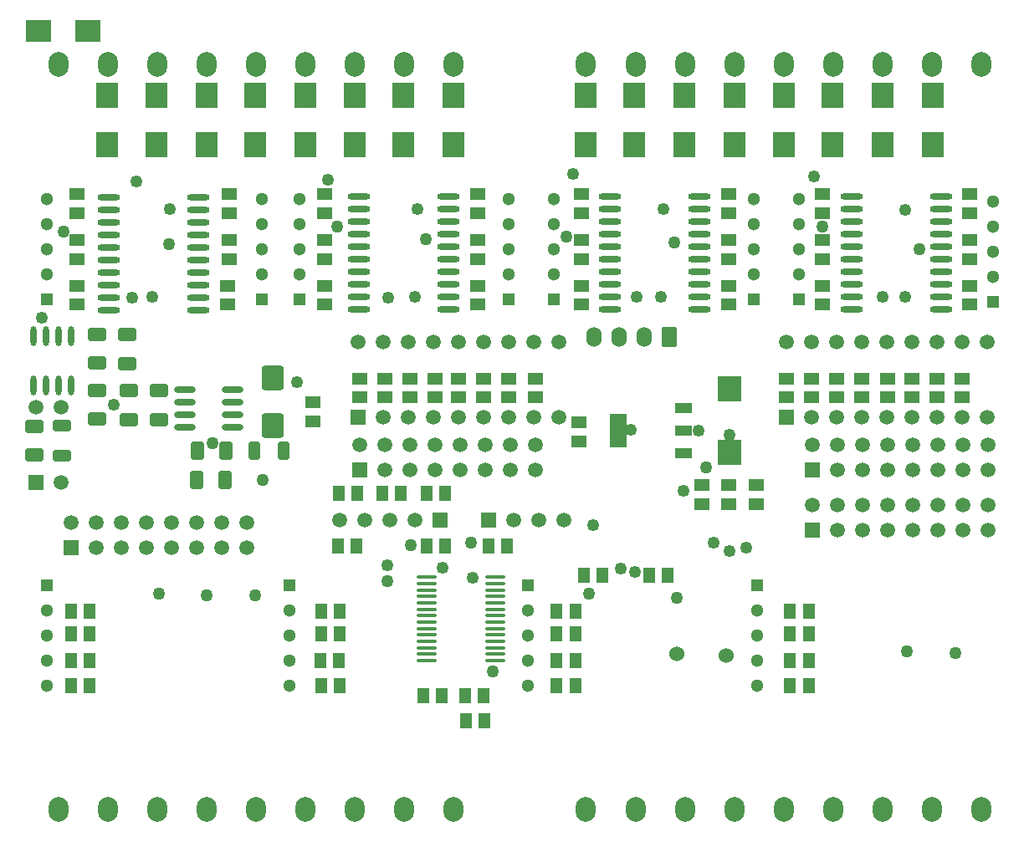
<source format=gbs>
G04 Layer_Color=16711935*
%FSLAX25Y25*%
%MOIN*%
G70*
G01*
G75*
G04:AMPARAMS|DCode=17|XSize=70.87mil|YSize=51.18mil|CornerRadius=6.4mil|HoleSize=0mil|Usage=FLASHONLY|Rotation=90.000|XOffset=0mil|YOffset=0mil|HoleType=Round|Shape=RoundedRectangle|*
%AMROUNDEDRECTD17*
21,1,0.07087,0.03839,0,0,90.0*
21,1,0.05807,0.05118,0,0,90.0*
1,1,0.01280,0.01919,0.02904*
1,1,0.01280,0.01919,-0.02904*
1,1,0.01280,-0.01919,-0.02904*
1,1,0.01280,-0.01919,0.02904*
%
%ADD17ROUNDEDRECTD17*%
%ADD25O,0.07874X0.09843*%
%ADD26C,0.06000*%
%ADD27R,0.05118X0.05118*%
%ADD28C,0.05118*%
%ADD29C,0.05906*%
%ADD30R,0.05906X0.05906*%
%ADD31R,0.05906X0.05906*%
%ADD32C,0.05906*%
%ADD33R,0.05906X0.05906*%
%ADD34O,0.06000X0.08000*%
G04:AMPARAMS|DCode=35|XSize=60mil|YSize=80mil|CornerRadius=7.5mil|HoleSize=0mil|Usage=FLASHONLY|Rotation=180.000|XOffset=0mil|YOffset=0mil|HoleType=Round|Shape=RoundedRectangle|*
%AMROUNDEDRECTD35*
21,1,0.06000,0.06500,0,0,180.0*
21,1,0.04500,0.08000,0,0,180.0*
1,1,0.01500,-0.02250,0.03250*
1,1,0.01500,0.02250,0.03250*
1,1,0.01500,0.02250,-0.03250*
1,1,0.01500,-0.02250,-0.03250*
%
%ADD35ROUNDEDRECTD35*%
%ADD36C,0.05000*%
%ADD37C,0.04921*%
%ADD38R,0.05906X0.05118*%
%ADD39R,0.09449X0.10236*%
%ADD40R,0.06890X0.04331*%
%ADD41R,0.06890X0.04331*%
%ADD42R,0.06890X0.13780*%
%ADD43R,0.05118X0.05906*%
%ADD44R,0.10236X0.08661*%
%ADD45R,0.08661X0.10236*%
%ADD46O,0.09055X0.02362*%
%ADD47O,0.02362X0.07874*%
G04:AMPARAMS|DCode=48|XSize=70.87mil|YSize=51.18mil|CornerRadius=6.4mil|HoleSize=0mil|Usage=FLASHONLY|Rotation=0.000|XOffset=0mil|YOffset=0mil|HoleType=Round|Shape=RoundedRectangle|*
%AMROUNDEDRECTD48*
21,1,0.07087,0.03839,0,0,0.0*
21,1,0.05807,0.05118,0,0,0.0*
1,1,0.01280,0.02904,-0.01919*
1,1,0.01280,-0.02904,-0.01919*
1,1,0.01280,-0.02904,0.01919*
1,1,0.01280,0.02904,0.01919*
%
%ADD48ROUNDEDRECTD48*%
%ADD49O,0.08268X0.01378*%
G04:AMPARAMS|DCode=50|XSize=98.43mil|YSize=86.61mil|CornerRadius=10.83mil|HoleSize=0mil|Usage=FLASHONLY|Rotation=90.000|XOffset=0mil|YOffset=0mil|HoleType=Round|Shape=RoundedRectangle|*
%AMROUNDEDRECTD50*
21,1,0.09843,0.06496,0,0,90.0*
21,1,0.07677,0.08661,0,0,90.0*
1,1,0.02165,0.03248,0.03839*
1,1,0.02165,0.03248,-0.03839*
1,1,0.02165,-0.03248,-0.03839*
1,1,0.02165,-0.03248,0.03839*
%
%ADD50ROUNDEDRECTD50*%
%ADD51O,0.08661X0.02362*%
G04:AMPARAMS|DCode=52|XSize=70.87mil|YSize=45.28mil|CornerRadius=5.66mil|HoleSize=0mil|Usage=FLASHONLY|Rotation=0.000|XOffset=0mil|YOffset=0mil|HoleType=Round|Shape=RoundedRectangle|*
%AMROUNDEDRECTD52*
21,1,0.07087,0.03396,0,0,0.0*
21,1,0.05955,0.04528,0,0,0.0*
1,1,0.01132,0.02977,-0.01698*
1,1,0.01132,-0.02977,-0.01698*
1,1,0.01132,-0.02977,0.01698*
1,1,0.01132,0.02977,0.01698*
%
%ADD52ROUNDEDRECTD52*%
G04:AMPARAMS|DCode=53|XSize=70.87mil|YSize=45.28mil|CornerRadius=5.66mil|HoleSize=0mil|Usage=FLASHONLY|Rotation=90.000|XOffset=0mil|YOffset=0mil|HoleType=Round|Shape=RoundedRectangle|*
%AMROUNDEDRECTD53*
21,1,0.07087,0.03396,0,0,90.0*
21,1,0.05955,0.04528,0,0,90.0*
1,1,0.01132,0.01698,0.02977*
1,1,0.01132,0.01698,-0.02977*
1,1,0.01132,-0.01698,-0.02977*
1,1,0.01132,-0.01698,0.02977*
%
%ADD53ROUNDEDRECTD53*%
D17*
X85000Y154000D02*
D03*
X73583D02*
D03*
X85209Y165500D02*
D03*
X73791D02*
D03*
D25*
X228740Y22441D02*
D03*
X248425D02*
D03*
X268110D02*
D03*
X287795D02*
D03*
X307480D02*
D03*
X327165D02*
D03*
X346850D02*
D03*
X366535D02*
D03*
X386221D02*
D03*
X18504D02*
D03*
X38189D02*
D03*
X57874D02*
D03*
X77559D02*
D03*
X97244D02*
D03*
X116929D02*
D03*
X136614D02*
D03*
X156299D02*
D03*
X175984D02*
D03*
X18504Y319685D02*
D03*
X38189D02*
D03*
X57874D02*
D03*
X77559D02*
D03*
X97244D02*
D03*
X116929D02*
D03*
X136614D02*
D03*
X156299D02*
D03*
X175984D02*
D03*
X228740D02*
D03*
X248425D02*
D03*
X268110D02*
D03*
X287795D02*
D03*
X307480D02*
D03*
X327165D02*
D03*
X346850D02*
D03*
X366535D02*
D03*
X386221D02*
D03*
D26*
X265000Y84500D02*
D03*
X284500Y84000D02*
D03*
D27*
X110500Y112000D02*
D03*
X205500D02*
D03*
X297000D02*
D03*
X14000Y226000D02*
D03*
X99500D02*
D03*
X114500D02*
D03*
X198000D02*
D03*
X391000Y225000D02*
D03*
X295500Y226000D02*
D03*
X216000D02*
D03*
X313500D02*
D03*
X14000Y112000D02*
D03*
D28*
X110500Y102000D02*
D03*
Y92000D02*
D03*
Y82000D02*
D03*
Y72000D02*
D03*
X205500Y102000D02*
D03*
Y92000D02*
D03*
Y82000D02*
D03*
Y72000D02*
D03*
X297000Y102000D02*
D03*
Y92000D02*
D03*
Y82000D02*
D03*
Y72000D02*
D03*
X14000Y236000D02*
D03*
Y246000D02*
D03*
Y256000D02*
D03*
Y266000D02*
D03*
X99500Y236000D02*
D03*
Y246000D02*
D03*
Y256000D02*
D03*
Y266000D02*
D03*
X114500Y236000D02*
D03*
Y246000D02*
D03*
Y256000D02*
D03*
Y266000D02*
D03*
X198000Y236000D02*
D03*
Y246000D02*
D03*
Y256000D02*
D03*
Y266000D02*
D03*
X391000Y235000D02*
D03*
Y245000D02*
D03*
Y255000D02*
D03*
Y265000D02*
D03*
X295500Y236000D02*
D03*
Y246000D02*
D03*
Y256000D02*
D03*
Y266000D02*
D03*
X216000Y236000D02*
D03*
Y246000D02*
D03*
Y256000D02*
D03*
Y266000D02*
D03*
X313500Y236000D02*
D03*
Y246000D02*
D03*
Y256000D02*
D03*
Y266000D02*
D03*
X14000Y102000D02*
D03*
Y92000D02*
D03*
Y82000D02*
D03*
Y72000D02*
D03*
D29*
X130500Y138000D02*
D03*
X140500D02*
D03*
X150500D02*
D03*
X160500D02*
D03*
X220000D02*
D03*
X210000D02*
D03*
X200000D02*
D03*
X388898Y144000D02*
D03*
Y134000D02*
D03*
X378898Y144000D02*
D03*
Y134000D02*
D03*
X368898Y144000D02*
D03*
Y134000D02*
D03*
X358898Y144000D02*
D03*
Y134000D02*
D03*
X348898Y144000D02*
D03*
Y134000D02*
D03*
X338898Y144000D02*
D03*
Y134000D02*
D03*
X328898Y144000D02*
D03*
Y134000D02*
D03*
X318898Y144000D02*
D03*
X388898Y168000D02*
D03*
Y158000D02*
D03*
X378898Y168000D02*
D03*
Y158000D02*
D03*
X368898Y168000D02*
D03*
Y158000D02*
D03*
X358898Y168000D02*
D03*
Y158000D02*
D03*
X348898Y168000D02*
D03*
Y158000D02*
D03*
X338898Y168000D02*
D03*
Y158000D02*
D03*
X328898Y168000D02*
D03*
Y158000D02*
D03*
X318898Y168000D02*
D03*
X19500Y183000D02*
D03*
X9500D02*
D03*
X19500Y153000D02*
D03*
X93500Y137000D02*
D03*
Y127000D02*
D03*
X83500Y137000D02*
D03*
Y127000D02*
D03*
X73500Y137000D02*
D03*
Y127000D02*
D03*
X63500Y137000D02*
D03*
Y127000D02*
D03*
X53500Y137000D02*
D03*
Y127000D02*
D03*
X43500Y137000D02*
D03*
Y127000D02*
D03*
X33500Y137000D02*
D03*
Y127000D02*
D03*
X23500Y137000D02*
D03*
X208500Y168000D02*
D03*
Y158000D02*
D03*
X198500Y168000D02*
D03*
Y158000D02*
D03*
X188500Y168000D02*
D03*
Y158000D02*
D03*
X178500Y168000D02*
D03*
Y158000D02*
D03*
X168500Y168000D02*
D03*
Y158000D02*
D03*
X158500Y168000D02*
D03*
Y158000D02*
D03*
X148500Y168000D02*
D03*
Y158000D02*
D03*
X138500Y168000D02*
D03*
D30*
X170500Y138000D02*
D03*
X190000D02*
D03*
X318898Y134000D02*
D03*
Y158000D02*
D03*
X23500Y127000D02*
D03*
X138500Y158000D02*
D03*
D31*
X138000Y179000D02*
D03*
X308500D02*
D03*
D32*
X148000D02*
D03*
X158000D02*
D03*
X168000D02*
D03*
X178000D02*
D03*
X188000D02*
D03*
X198000D02*
D03*
X208000D02*
D03*
X218000D02*
D03*
X138000Y209000D02*
D03*
X148000D02*
D03*
X158000D02*
D03*
X168000D02*
D03*
X178000D02*
D03*
X188000D02*
D03*
X198000D02*
D03*
X208000D02*
D03*
X218000D02*
D03*
X318500Y179000D02*
D03*
X328500D02*
D03*
X338500D02*
D03*
X348500D02*
D03*
X358500D02*
D03*
X368500D02*
D03*
X378500D02*
D03*
X388500D02*
D03*
X308500Y209000D02*
D03*
X318500D02*
D03*
X328500D02*
D03*
X338500D02*
D03*
X348500D02*
D03*
X358500D02*
D03*
X368500D02*
D03*
X378500D02*
D03*
X388500D02*
D03*
D33*
X9500Y153000D02*
D03*
D34*
X232000Y211000D02*
D03*
X252000D02*
D03*
X242000D02*
D03*
D35*
X262000D02*
D03*
D36*
X20500Y253000D02*
D03*
X62500Y248000D02*
D03*
X129500Y255000D02*
D03*
X165000Y250000D02*
D03*
X221000Y251000D02*
D03*
X264000Y248500D02*
D03*
X323000Y255000D02*
D03*
X361500Y246000D02*
D03*
X80000Y168500D02*
D03*
X100000Y154000D02*
D03*
X159000Y128000D02*
D03*
X183000Y129000D02*
D03*
X77500Y108000D02*
D03*
X97000D02*
D03*
X58500Y108500D02*
D03*
X149500Y113500D02*
D03*
X191500Y77500D02*
D03*
X230000Y108500D02*
D03*
X265000Y107000D02*
D03*
X376000Y85000D02*
D03*
X356500Y85500D02*
D03*
X276500Y159000D02*
D03*
D37*
X319500Y275000D02*
D03*
X223500Y276000D02*
D03*
X161500Y262000D02*
D03*
X150000Y226500D02*
D03*
X126000Y273500D02*
D03*
X48000Y226500D02*
D03*
X40500Y184000D02*
D03*
X113500Y193000D02*
D03*
X56000Y227000D02*
D03*
X11763Y218500D02*
D03*
X286000Y125500D02*
D03*
X292500Y127000D02*
D03*
X49500Y273000D02*
D03*
X63000Y262000D02*
D03*
X160500Y227000D02*
D03*
X258500D02*
D03*
X249000D02*
D03*
X259500Y262000D02*
D03*
X356000Y261500D02*
D03*
X347000Y227000D02*
D03*
X356000D02*
D03*
X267500Y149500D02*
D03*
X242500Y118500D02*
D03*
X248151Y117024D02*
D03*
X273500Y173500D02*
D03*
X279500Y129000D02*
D03*
X231500Y136000D02*
D03*
X286000Y172000D02*
D03*
X149500Y120000D02*
D03*
X183500Y115000D02*
D03*
X246500Y174000D02*
D03*
X171500Y119000D02*
D03*
D38*
X368500Y194240D02*
D03*
Y186760D02*
D03*
X338500Y194240D02*
D03*
Y186760D02*
D03*
X378500Y194240D02*
D03*
Y186760D02*
D03*
X358500Y194240D02*
D03*
Y186760D02*
D03*
X349000Y194240D02*
D03*
Y186760D02*
D03*
X328500Y194240D02*
D03*
Y186760D02*
D03*
X318500Y194240D02*
D03*
Y186760D02*
D03*
X308500Y194240D02*
D03*
Y186760D02*
D03*
X226000Y176740D02*
D03*
Y169260D02*
D03*
X178000Y194240D02*
D03*
Y186760D02*
D03*
X208500Y194240D02*
D03*
Y186760D02*
D03*
X198000Y194240D02*
D03*
Y186760D02*
D03*
X188000Y194240D02*
D03*
Y186760D02*
D03*
X168500Y194240D02*
D03*
Y186760D02*
D03*
X158500Y194240D02*
D03*
Y186760D02*
D03*
X148500Y194240D02*
D03*
Y186760D02*
D03*
X138500Y194240D02*
D03*
Y186760D02*
D03*
X185500Y231240D02*
D03*
Y223760D02*
D03*
Y242020D02*
D03*
Y249500D02*
D03*
Y260260D02*
D03*
Y267740D02*
D03*
X285500Y231240D02*
D03*
Y223760D02*
D03*
Y242020D02*
D03*
Y249500D02*
D03*
Y260260D02*
D03*
Y267740D02*
D03*
X323000Y223760D02*
D03*
Y231240D02*
D03*
Y249500D02*
D03*
Y242020D02*
D03*
Y260260D02*
D03*
Y267740D02*
D03*
X381500Y231240D02*
D03*
Y223760D02*
D03*
Y242020D02*
D03*
Y249500D02*
D03*
Y260260D02*
D03*
Y267740D02*
D03*
X124500Y223760D02*
D03*
Y231240D02*
D03*
X227000Y223760D02*
D03*
Y231240D02*
D03*
X124500Y249500D02*
D03*
Y242020D02*
D03*
Y260260D02*
D03*
Y267740D02*
D03*
X227000Y249500D02*
D03*
Y242020D02*
D03*
Y260260D02*
D03*
Y267740D02*
D03*
X86500Y260260D02*
D03*
Y267740D02*
D03*
Y242020D02*
D03*
Y249500D02*
D03*
X86000Y231240D02*
D03*
Y223760D02*
D03*
X26000Y260260D02*
D03*
Y267740D02*
D03*
Y249500D02*
D03*
Y242020D02*
D03*
Y223760D02*
D03*
Y231240D02*
D03*
X296500Y151740D02*
D03*
Y144260D02*
D03*
X285500Y151740D02*
D03*
Y144260D02*
D03*
X275000Y151740D02*
D03*
Y144260D02*
D03*
X120000Y177260D02*
D03*
Y184740D02*
D03*
D39*
X286000Y190098D02*
D03*
Y164902D02*
D03*
D40*
X267492Y182555D02*
D03*
D41*
Y173500D02*
D03*
Y164445D02*
D03*
D42*
X241508Y173500D02*
D03*
D43*
X165260Y148500D02*
D03*
X172740D02*
D03*
X155000D02*
D03*
X147520D02*
D03*
X130260D02*
D03*
X137740D02*
D03*
X31000Y92500D02*
D03*
X23520D02*
D03*
X31000Y82000D02*
D03*
X23520D02*
D03*
X31000Y72000D02*
D03*
X23520D02*
D03*
X130740Y101500D02*
D03*
X123260D02*
D03*
X130740Y92500D02*
D03*
X123260D02*
D03*
X130240Y82000D02*
D03*
X122760D02*
D03*
X130740Y72000D02*
D03*
X123260D02*
D03*
X187980Y68000D02*
D03*
X180500D02*
D03*
X188240Y58000D02*
D03*
X180760D02*
D03*
X171240Y68000D02*
D03*
X163760D02*
D03*
X224480Y101500D02*
D03*
X217000D02*
D03*
X224480Y72000D02*
D03*
X217000D02*
D03*
X253760Y116000D02*
D03*
X261240D02*
D03*
X235240D02*
D03*
X227760D02*
D03*
X224480Y92500D02*
D03*
X217000D02*
D03*
X224480Y82000D02*
D03*
X217000D02*
D03*
X317480Y72000D02*
D03*
X310000D02*
D03*
X317480Y82000D02*
D03*
X310000D02*
D03*
X317480Y92500D02*
D03*
X310000D02*
D03*
X317480Y101500D02*
D03*
X310000D02*
D03*
X197240Y127500D02*
D03*
X189760D02*
D03*
X172740D02*
D03*
X165260D02*
D03*
X137240D02*
D03*
X129760D02*
D03*
X31000Y101500D02*
D03*
X23520D02*
D03*
D44*
X30343Y333000D02*
D03*
X10657D02*
D03*
D45*
X38000Y307087D02*
D03*
Y287402D02*
D03*
X57500Y307087D02*
D03*
Y287402D02*
D03*
X77500Y307087D02*
D03*
Y287402D02*
D03*
X97000Y307087D02*
D03*
Y287402D02*
D03*
X117000Y307087D02*
D03*
Y287402D02*
D03*
X136500Y307087D02*
D03*
Y287402D02*
D03*
X156000Y307087D02*
D03*
Y287402D02*
D03*
X176000Y307087D02*
D03*
Y287402D02*
D03*
X228500Y307087D02*
D03*
Y287402D02*
D03*
X248000Y307087D02*
D03*
Y287402D02*
D03*
X268000Y307087D02*
D03*
Y287402D02*
D03*
X288000Y307087D02*
D03*
Y287402D02*
D03*
X307500Y307087D02*
D03*
Y287402D02*
D03*
X327000Y307087D02*
D03*
Y287402D02*
D03*
X347000Y307087D02*
D03*
Y287402D02*
D03*
X367000Y307087D02*
D03*
Y287402D02*
D03*
D46*
X370413Y267000D02*
D03*
Y262000D02*
D03*
Y257000D02*
D03*
Y252000D02*
D03*
Y247000D02*
D03*
Y242000D02*
D03*
Y237000D02*
D03*
Y232000D02*
D03*
Y227000D02*
D03*
Y222000D02*
D03*
X334587Y267000D02*
D03*
Y262000D02*
D03*
Y257000D02*
D03*
Y252000D02*
D03*
Y247000D02*
D03*
Y242000D02*
D03*
Y237000D02*
D03*
Y232000D02*
D03*
Y227000D02*
D03*
Y222000D02*
D03*
X173913Y267000D02*
D03*
Y262000D02*
D03*
Y257000D02*
D03*
Y252000D02*
D03*
Y247000D02*
D03*
Y242000D02*
D03*
Y237000D02*
D03*
Y232000D02*
D03*
Y227000D02*
D03*
Y222000D02*
D03*
X138087Y267000D02*
D03*
Y262000D02*
D03*
Y257000D02*
D03*
Y252000D02*
D03*
Y247000D02*
D03*
Y242000D02*
D03*
Y237000D02*
D03*
Y232000D02*
D03*
Y227000D02*
D03*
Y222000D02*
D03*
X273913Y267000D02*
D03*
Y262000D02*
D03*
Y257000D02*
D03*
Y252000D02*
D03*
Y247000D02*
D03*
Y242000D02*
D03*
Y237000D02*
D03*
Y232000D02*
D03*
Y227000D02*
D03*
Y222000D02*
D03*
X238087Y267000D02*
D03*
Y262000D02*
D03*
Y257000D02*
D03*
Y252000D02*
D03*
Y247000D02*
D03*
Y242000D02*
D03*
Y237000D02*
D03*
Y232000D02*
D03*
Y227000D02*
D03*
Y222000D02*
D03*
X74413Y266500D02*
D03*
Y261500D02*
D03*
Y256500D02*
D03*
Y251500D02*
D03*
Y246500D02*
D03*
Y241500D02*
D03*
Y236500D02*
D03*
Y231500D02*
D03*
Y226500D02*
D03*
Y221500D02*
D03*
X38587Y266500D02*
D03*
Y261500D02*
D03*
Y256500D02*
D03*
Y251500D02*
D03*
Y246500D02*
D03*
Y241500D02*
D03*
Y236500D02*
D03*
Y231500D02*
D03*
Y226500D02*
D03*
Y221500D02*
D03*
D47*
X8500Y211343D02*
D03*
X13500D02*
D03*
X18500D02*
D03*
X23500D02*
D03*
X8500Y191657D02*
D03*
X13500D02*
D03*
X18500D02*
D03*
X23500D02*
D03*
D48*
X34000Y211917D02*
D03*
Y200500D02*
D03*
X46000Y200291D02*
D03*
Y211709D02*
D03*
X9000Y163791D02*
D03*
Y175209D02*
D03*
X46500Y178000D02*
D03*
Y189417D02*
D03*
X34000Y178083D02*
D03*
Y189500D02*
D03*
X58500Y178000D02*
D03*
Y189417D02*
D03*
D49*
X192583Y115134D02*
D03*
Y112575D02*
D03*
Y110016D02*
D03*
Y107457D02*
D03*
Y104898D02*
D03*
Y102339D02*
D03*
Y99779D02*
D03*
Y97220D02*
D03*
Y94661D02*
D03*
Y92102D02*
D03*
Y89543D02*
D03*
Y86984D02*
D03*
Y84425D02*
D03*
Y81866D02*
D03*
X165417Y115134D02*
D03*
Y112575D02*
D03*
Y110016D02*
D03*
Y107457D02*
D03*
Y104898D02*
D03*
Y102339D02*
D03*
Y99779D02*
D03*
Y97220D02*
D03*
Y94661D02*
D03*
Y92102D02*
D03*
Y89543D02*
D03*
Y86984D02*
D03*
Y84425D02*
D03*
Y81866D02*
D03*
D50*
X104000Y175551D02*
D03*
Y194449D02*
D03*
D51*
X69051Y175000D02*
D03*
Y180000D02*
D03*
Y185000D02*
D03*
Y190000D02*
D03*
X87949Y175000D02*
D03*
Y180000D02*
D03*
Y185000D02*
D03*
Y190000D02*
D03*
D52*
X20000Y175406D02*
D03*
Y163594D02*
D03*
D53*
X96595Y165500D02*
D03*
X108405D02*
D03*
M02*

</source>
